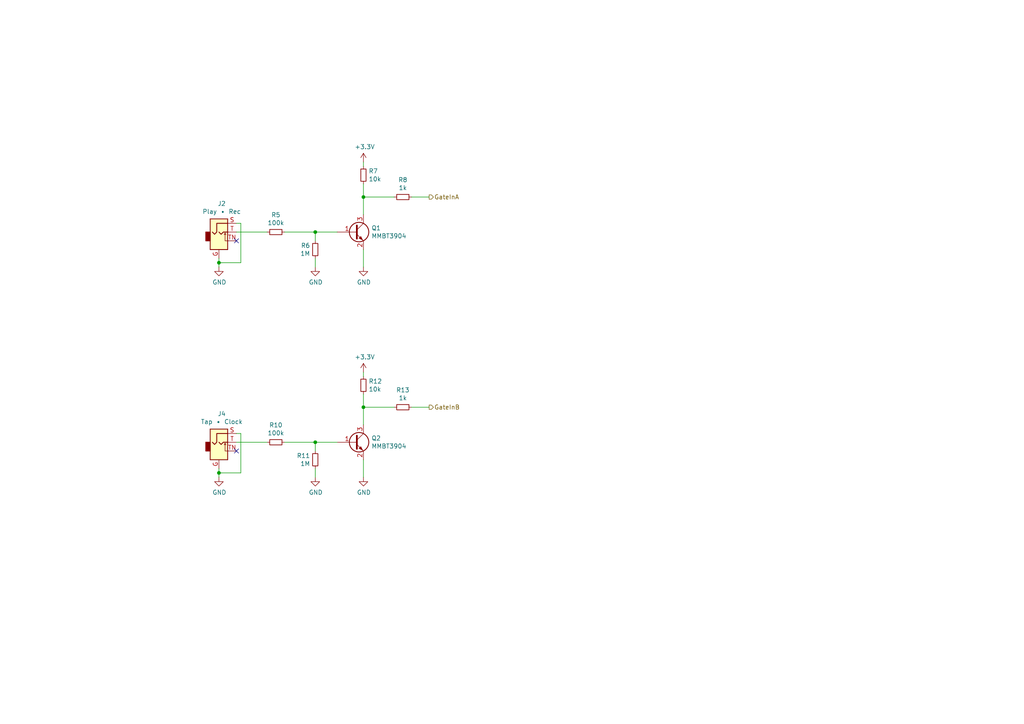
<source format=kicad_sch>
(kicad_sch (version 20230121) (generator eeschema)
  (paper "A4")
  (lib_symbols
    (symbol "Connector_Audio:AudioJack2_Ground_SwitchT"
      (property "Reference" "J" (at 0 8.89 0))
      (property "Value" "AudioJack2_Ground_SwitchT" (at 0 6.35 0))
      (symbol "AudioJack2_Ground_SwitchT_0_1"
        (rectangle (start -2.54 0) (end -3.81 -2.54) (stroke (width 0.254)) (fill (type outline)))
        (polyline (pts (xy 1.778 -0.254) (xy 2.032 -0.762)))
        (polyline (pts (xy 0 0) (xy 0.635 -0.635) (xy 1.27 0) (xy 2.54 0)) (stroke (width 0.254)))
        (polyline (pts (xy 2.54 -2.54) (xy 1.778 -2.54) (xy 1.778 -0.254) (xy 1.524 -0.762)))
        (polyline (pts (xy 2.54 2.54) (xy -0.635 2.54) (xy -0.635 0) (xy -1.27 -0.635) (xy -1.905 0)) (stroke (width 0.254)))
        (rectangle (start 2.54 3.81) (end -2.54 -5.08) (stroke (width 0.254)) (fill (type background)))
      )
      (symbol "AudioJack2_Ground_SwitchT_1_1"
        (pin passive line (at 0 -7.62 90) (length 2.54) (name "~") (number "G"))
        (pin passive line (at 5.08 2.54 180) (length 2.54) (name "~") (number "S"))
        (pin passive line (at 5.08 0 180) (length 2.54) (name "~") (number "T"))
        (pin passive line (at 5.08 -2.54 180) (length 2.54) (name "~") (number "TN"))
      )
    )
    (symbol "Device:R_Small" (pin_numbers hide) (pin_names (offset 0.254) hide)
      (property "Reference" "R" (at 0.762 0.508 0))
      (property "Value" "R_Small" (at 0.762 -1.016 0))
      (symbol "R_Small_0_1"
        (rectangle (start -0.762 1.778) (end 0.762 -1.778) (stroke (width 0.2032)))
      )
      (symbol "R_Small_1_1"
        (pin passive line (at 0 2.54 270) (length 0.762) (name "~") (number "1"))
        (pin passive line (at 0 -2.54 90) (length 0.762) (name "~") (number "2"))
      )
    )
    (symbol "Transistor_BJT:MMBT3904" (pin_names (offset 0) hide)
      (property "Reference" "Q" (at 5.08 1.905 0))
      (property "Value" "MMBT3904" (at 5.08 0 0))
      (symbol "MMBT3904_0_1"
        (polyline (pts (xy 0.635 0.635) (xy 2.54 2.54)))
        (polyline (pts (xy 0.635 -0.635) (xy 2.54 -2.54) (xy 2.54 -2.54)))
        (polyline (pts (xy 0.635 1.905) (xy 0.635 -1.905) (xy 0.635 -1.905)) (stroke (width 0.508)))
        (polyline (pts (xy 1.27 -1.778) (xy 1.778 -1.27) (xy 2.286 -2.286) (xy 1.27 -1.778) (xy 1.27 -1.778)) (fill (type outline)))
        (circle (center 1.27 0) (radius 2.8194) (stroke (width 0.254)))
      )
      (symbol "MMBT3904_1_1"
        (pin input line (at -5.08 0 0) (length 5.715) (name "B") (number "1"))
        (pin passive line (at 2.54 -5.08 90) (length 2.54) (name "E") (number "2"))
        (pin passive line (at 2.54 5.08 270) (length 2.54) (name "C") (number "3"))
      )
    )
    (symbol "power:+3.3V" (power) (pin_names (offset 0))
      (property "Value" "+3.3V" (at 0 3.556 0))
      (symbol "+3.3V_0_1"
        (polyline (pts (xy -0.762 1.27) (xy 0 2.54)))
        (polyline (pts (xy 0 0) (xy 0 2.54)))
        (polyline (pts (xy 0 2.54) (xy 0.762 1.27)))
      )
      (symbol "+3.3V_1_1"
        (pin power_in line (at 0 0 90) (length 0) hide (name "+3.3V") (number "1"))
      )
    )
    (symbol "power:GND" (power) (pin_names (offset 0))
      (property "Value" "GND" (at 0 -3.81 0))
      (symbol "GND_0_1"
        (polyline (pts (xy 0 0) (xy 0 -1.27) (xy 1.27 -1.27) (xy 0 -2.54) (xy -1.27 -1.27) (xy 0 -1.27)))
      )
      (symbol "GND_1_1"
        (pin power_in line (at 0 0 270) (length 0) hide (name "GND") (number "1"))
      )
    )
  )
  (junction (at 63.5 137.16))
  (junction (at 105.41 57.15))
  (junction (at 91.44 128.27))
  (junction (at 63.5 76.2))
  (junction (at 105.41 118.11))
  (junction (at 91.44 67.31))
  (no_connect (at 68.58 130.81))
  (no_connect (at 68.58 69.85))
  (wire (pts (xy 105.41 46.99) (xy 105.41 48.26)))
  (wire (pts (xy 63.5 137.16) (xy 63.5 138.43)))
  (wire (pts (xy 91.44 67.31) (xy 82.55 67.31)))
  (wire (pts (xy 105.41 72.39) (xy 105.41 77.47)))
  (wire (pts (xy 68.58 128.27) (xy 77.47 128.27)))
  (wire (pts (xy 69.85 137.16) (xy 63.5 137.16)))
  (wire (pts (xy 91.44 130.81) (xy 91.44 128.27)))
  (wire (pts (xy 69.85 125.73) (xy 69.85 137.16)))
  (wire (pts (xy 63.5 74.93) (xy 63.5 76.2)))
  (wire (pts (xy 91.44 128.27) (xy 97.79 128.27)))
  (wire (pts (xy 68.58 64.77) (xy 69.85 64.77)))
  (wire (pts (xy 105.41 133.35) (xy 105.41 138.43)))
  (wire (pts (xy 63.5 76.2) (xy 63.5 77.47)))
  (wire (pts (xy 69.85 64.77) (xy 69.85 76.2)))
  (wire (pts (xy 105.41 57.15) (xy 105.41 62.23)))
  (wire (pts (xy 63.5 135.89) (xy 63.5 137.16)))
  (wire (pts (xy 105.41 107.95) (xy 105.41 109.22)))
  (wire (pts (xy 91.44 69.85) (xy 91.44 67.31)))
  (wire (pts (xy 114.3 57.15) (xy 105.41 57.15)))
  (wire (pts (xy 124.46 118.11) (xy 119.38 118.11)))
  (wire (pts (xy 105.41 57.15) (xy 105.41 53.34)))
  (wire (pts (xy 68.58 67.31) (xy 77.47 67.31)))
  (wire (pts (xy 69.85 76.2) (xy 63.5 76.2)))
  (wire (pts (xy 91.44 74.93) (xy 91.44 77.47)))
  (wire (pts (xy 105.41 118.11) (xy 105.41 114.3)))
  (wire (pts (xy 124.46 57.15) (xy 119.38 57.15)))
  (wire (pts (xy 91.44 135.89) (xy 91.44 138.43)))
  (wire (pts (xy 68.58 125.73) (xy 69.85 125.73)))
  (wire (pts (xy 105.41 118.11) (xy 105.41 123.19)))
  (wire (pts (xy 91.44 67.31) (xy 97.79 67.31)))
  (wire (pts (xy 114.3 118.11) (xy 105.41 118.11)))
  (wire (pts (xy 91.44 128.27) (xy 82.55 128.27)))
  (hierarchical_label "GateInB" (shape output) (at 124.46 118.11 0))
  (hierarchical_label "GateInA" (shape output) (at 124.46 57.15 0))
  (symbol (lib_id "Device:R_Small") (at 80.01 67.31 270) (unit 1)
    (property "Reference" "R5" (at 80.01 62.3316 90))
    (property "Value" "100k" (at 80.01 64.643 90))
    (property "Footprint" "Resistor_SMD:R_0603_1608Metric" (effects hide))
  )
  (symbol (lib_id "Transistor_BJT:MMBT3904") (at 102.87 67.31 0) (unit 1)
    (property "Reference" "Q1" (at 107.7214 66.1416 0) (effects (justify left)))
    (property "Value" "MMBT3904" (at 107.7214 68.453 0) (effects (justify left)))
    (property "Footprint" "Package_TO_SOT_SMD:SOT-23" (effects hide))
    (property "Datasheet" "https://www.fairchildsemi.com/datasheets/2N/2N3904.pdf" (effects hide))
  )
  (symbol (lib_id "power:GND") (at 63.5 138.43 0) (unit 1)
    (property "Reference" "#PWR014" (effects hide))
    (property "Value" "GND" (at 63.627 142.8242 0))
  )
  (symbol (lib_id "Device:R_Small") (at 80.01 128.27 270) (unit 1)
    (property "Reference" "R10" (at 80.01 123.2916 90))
    (property "Value" "100k" (at 80.01 125.603 90))
    (property "Footprint" "Resistor_SMD:R_0603_1608Metric" (effects hide))
  )
  (symbol (lib_id "Device:R_Small") (at 91.44 133.35 180) (unit 1)
    (property "Reference" "R11" (at 89.9668 132.1816 0) (effects (justify left)))
    (property "Value" "1M" (at 89.9668 134.493 0) (effects (justify left)))
    (property "Footprint" "Resistor_SMD:R_0603_1608Metric" (effects hide))
  )
  (symbol (lib_id "Device:R_Small") (at 116.84 57.15 90) (unit 1)
    (property "Reference" "R8" (at 116.84 52.1716 90))
    (property "Value" "1k" (at 116.84 54.483 90))
    (property "Footprint" "Resistor_SMD:R_0603_1608Metric" (effects hide))
  )
  (symbol (lib_id "power:+3.3V") (at 105.41 107.95 0) (unit 1)
    (property "Reference" "#PWR021" (effects hide))
    (property "Value" "+3.3V" (at 105.791 103.5558 0))
  )
  (symbol (lib_id "Connector_Audio:AudioJack2_Ground_SwitchT") (at 63.5 67.31 0) (unit 1)
    (property "Reference" "J2" (at 64.3128 59.055 0))
    (property "Value" "Play • Rec" (at 64.3128 61.3664 0))
    (property "Footprint" "FOOTPRINTS:THONKICONN" (effects hide))
  )
  (symbol (lib_id "Transistor_BJT:MMBT3904") (at 102.87 128.27 0) (unit 1)
    (property "Reference" "Q2" (at 107.7214 127.1016 0) (effects (justify left)))
    (property "Value" "MMBT3904" (at 107.7214 129.413 0) (effects (justify left)))
    (property "Footprint" "Package_TO_SOT_SMD:SOT-23" (effects hide))
    (property "Datasheet" "https://www.fairchildsemi.com/datasheets/2N/2N3904.pdf" (effects hide))
  )
  (symbol (lib_id "Device:R_Small") (at 105.41 50.8 180) (unit 1)
    (property "Reference" "R7" (at 106.9086 49.6316 0) (effects (justify right)))
    (property "Value" "10k" (at 106.9086 51.943 0) (effects (justify right)))
    (property "Footprint" "Resistor_SMD:R_0603_1608Metric" (effects hide))
  )
  (symbol (lib_id "power:GND") (at 91.44 138.43 0) (unit 1)
    (property "Reference" "#PWR015" (effects hide))
    (property "Value" "GND" (at 91.567 142.8242 0))
  )
  (symbol (lib_id "Device:R_Small") (at 116.84 118.11 90) (unit 1)
    (property "Reference" "R13" (at 116.84 113.1316 90))
    (property "Value" "1k" (at 116.84 115.443 90))
    (property "Footprint" "Resistor_SMD:R_0603_1608Metric" (effects hide))
  )
  (symbol (lib_id "power:+3.3V") (at 105.41 46.99 0) (unit 1)
    (property "Reference" "#PWR012" (effects hide))
    (property "Value" "+3.3V" (at 105.791 42.5958 0))
  )
  (symbol (lib_id "Connector_Audio:AudioJack2_Ground_SwitchT") (at 63.5 128.27 0) (unit 1)
    (property "Reference" "J4" (at 64.3128 120.015 0))
    (property "Value" "Tap • Clock" (at 64.3128 122.3264 0))
    (property "Footprint" "FOOTPRINTS:THONKICONN" (effects hide))
  )
  (symbol (lib_id "power:GND") (at 105.41 77.47 0) (unit 1)
    (property "Reference" "#PWR013" (effects hide))
    (property "Value" "GND" (at 105.537 81.8642 0))
  )
  (symbol (lib_id "power:GND") (at 105.41 138.43 0) (unit 1)
    (property "Reference" "#PWR022" (effects hide))
    (property "Value" "GND" (at 105.537 142.8242 0))
  )
  (symbol (lib_id "power:GND") (at 91.44 77.47 0) (unit 1)
    (property "Reference" "#PWR011" (effects hide))
    (property "Value" "GND" (at 91.567 81.8642 0))
  )
  (symbol (lib_id "power:GND") (at 63.5 77.47 0) (unit 1)
    (property "Reference" "#PWR010" (effects hide))
    (property "Value" "GND" (at 63.627 81.8642 0))
  )
  (symbol (lib_id "Device:R_Small") (at 91.44 72.39 180) (unit 1)
    (property "Reference" "R6" (at 89.9668 71.2216 0) (effects (justify left)))
    (property "Value" "1M" (at 89.9668 73.533 0) (effects (justify left)))
    (property "Footprint" "Resistor_SMD:R_0603_1608Metric" (effects hide))
  )
  (symbol (lib_id "Device:R_Small") (at 105.41 111.76 180) (unit 1)
    (property "Reference" "R12" (at 106.9086 110.5916 0) (effects (justify right)))
    (property "Value" "10k" (at 106.9086 112.903 0) (effects (justify right)))
    (property "Footprint" "Resistor_SMD:R_0603_1608Metric" (effects hide))
  )
)
</source>
